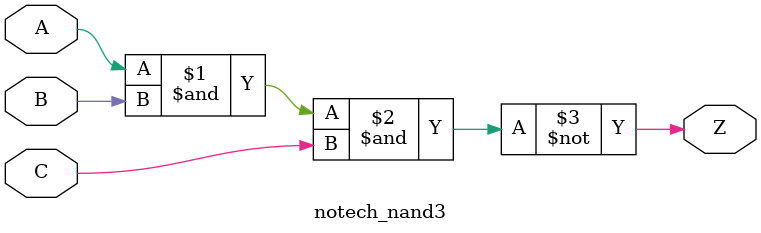
<source format=v>
module notech_nand3 (A,B,C,Z);
input A,B,C;
output Z;
assign Z=~(A&B&C);
endmodule

</source>
